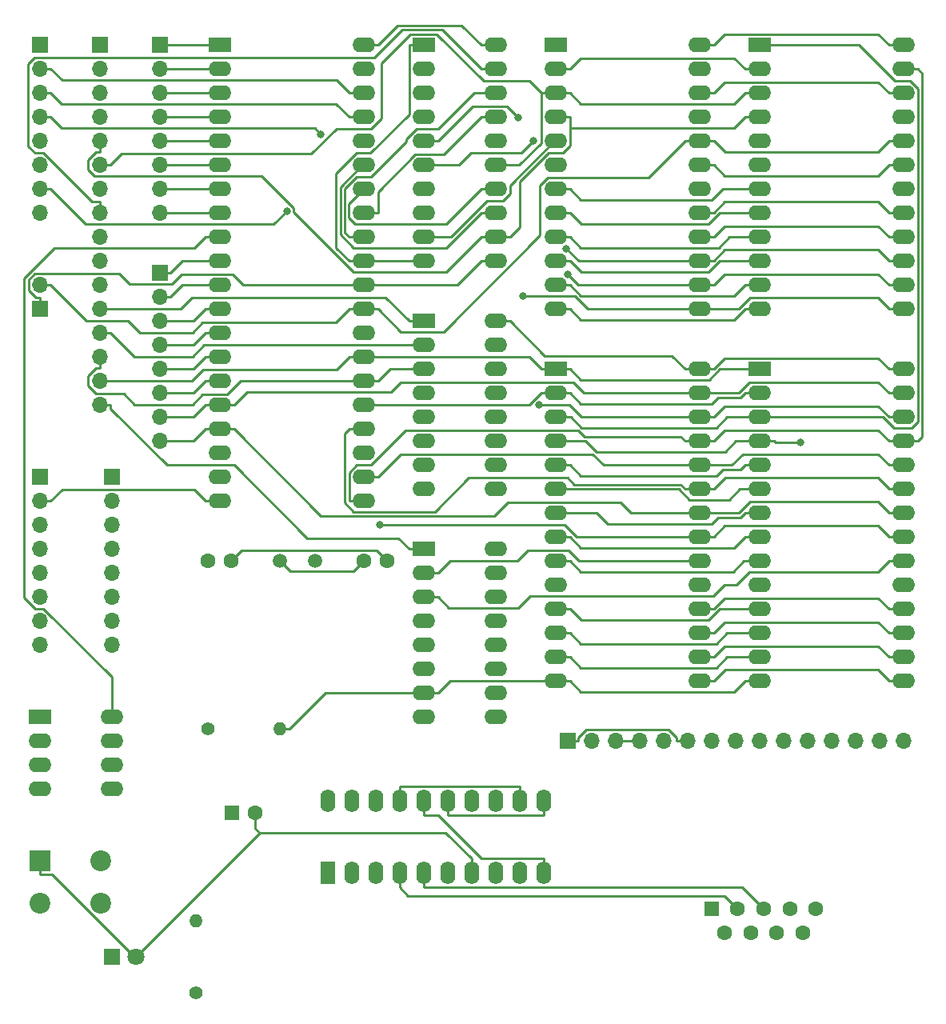
<source format=gbr>
G04 #@! TF.GenerationSoftware,KiCad,Pcbnew,(5.1.5)-3*
G04 #@! TF.CreationDate,2020-05-29T16:11:53-04:00*
G04 #@! TF.ProjectId,8031-sys06,38303331-2d73-4797-9330-362e6b696361,rev?*
G04 #@! TF.SameCoordinates,Original*
G04 #@! TF.FileFunction,Copper,L2,Bot*
G04 #@! TF.FilePolarity,Positive*
%FSLAX46Y46*%
G04 Gerber Fmt 4.6, Leading zero omitted, Abs format (unit mm)*
G04 Created by KiCad (PCBNEW (5.1.5)-3) date 2020-05-29 16:11:53*
%MOMM*%
%LPD*%
G04 APERTURE LIST*
%ADD10R,1.600000X1.600000*%
%ADD11C,1.600000*%
%ADD12R,2.400000X1.600000*%
%ADD13O,2.400000X1.600000*%
%ADD14R,1.600000X2.400000*%
%ADD15O,1.600000X2.400000*%
%ADD16R,1.700000X1.700000*%
%ADD17O,1.700000X1.700000*%
%ADD18C,1.400000*%
%ADD19O,1.400000X1.400000*%
%ADD20C,1.500000*%
%ADD21R,1.800000X1.800000*%
%ADD22C,1.800000*%
%ADD23R,2.200000X2.200000*%
%ADD24C,2.200000*%
%ADD25C,0.800000*%
%ADD26C,0.250000*%
G04 APERTURE END LIST*
D10*
X115570000Y-158750000D03*
D11*
X118340000Y-158750000D03*
X121110000Y-158750000D03*
X123880000Y-158750000D03*
X126650000Y-158750000D03*
X116955000Y-161290000D03*
X119725000Y-161290000D03*
X122495000Y-161290000D03*
X125265000Y-161290000D03*
D12*
X63500000Y-67310000D03*
D13*
X78740000Y-115570000D03*
X63500000Y-69850000D03*
X78740000Y-113030000D03*
X63500000Y-72390000D03*
X78740000Y-110490000D03*
X63500000Y-74930000D03*
X78740000Y-107950000D03*
X63500000Y-77470000D03*
X78740000Y-105410000D03*
X63500000Y-80010000D03*
X78740000Y-102870000D03*
X63500000Y-82550000D03*
X78740000Y-100330000D03*
X63500000Y-85090000D03*
X78740000Y-97790000D03*
X63500000Y-87630000D03*
X78740000Y-95250000D03*
X63500000Y-90170000D03*
X78740000Y-92710000D03*
X63500000Y-92710000D03*
X78740000Y-90170000D03*
X63500000Y-95250000D03*
X78740000Y-87630000D03*
X63500000Y-97790000D03*
X78740000Y-85090000D03*
X63500000Y-100330000D03*
X78740000Y-82550000D03*
X63500000Y-102870000D03*
X78740000Y-80010000D03*
X63500000Y-105410000D03*
X78740000Y-77470000D03*
X63500000Y-107950000D03*
X78740000Y-74930000D03*
X63500000Y-110490000D03*
X78740000Y-72390000D03*
X63500000Y-113030000D03*
X78740000Y-69850000D03*
X63500000Y-115570000D03*
X78740000Y-67310000D03*
X92710000Y-67310000D03*
X85090000Y-90170000D03*
X92710000Y-69850000D03*
X85090000Y-87630000D03*
X92710000Y-72390000D03*
X85090000Y-85090000D03*
X92710000Y-74930000D03*
X85090000Y-82550000D03*
X92710000Y-77470000D03*
X85090000Y-80010000D03*
X92710000Y-80010000D03*
X85090000Y-77470000D03*
X92710000Y-82550000D03*
X85090000Y-74930000D03*
X92710000Y-85090000D03*
X85090000Y-72390000D03*
X92710000Y-87630000D03*
X85090000Y-69850000D03*
X92710000Y-90170000D03*
D12*
X85090000Y-67310000D03*
X99060000Y-67310000D03*
D13*
X114300000Y-95250000D03*
X99060000Y-69850000D03*
X114300000Y-92710000D03*
X99060000Y-72390000D03*
X114300000Y-90170000D03*
X99060000Y-74930000D03*
X114300000Y-87630000D03*
X99060000Y-77470000D03*
X114300000Y-85090000D03*
X99060000Y-80010000D03*
X114300000Y-82550000D03*
X99060000Y-82550000D03*
X114300000Y-80010000D03*
X99060000Y-85090000D03*
X114300000Y-77470000D03*
X99060000Y-87630000D03*
X114300000Y-74930000D03*
X99060000Y-90170000D03*
X114300000Y-72390000D03*
X99060000Y-92710000D03*
X114300000Y-69850000D03*
X99060000Y-95250000D03*
X114300000Y-67310000D03*
X135890000Y-67310000D03*
X120650000Y-95250000D03*
X135890000Y-69850000D03*
X120650000Y-92710000D03*
X135890000Y-72390000D03*
X120650000Y-90170000D03*
X135890000Y-74930000D03*
X120650000Y-87630000D03*
X135890000Y-77470000D03*
X120650000Y-85090000D03*
X135890000Y-80010000D03*
X120650000Y-82550000D03*
X135890000Y-82550000D03*
X120650000Y-80010000D03*
X135890000Y-85090000D03*
X120650000Y-77470000D03*
X135890000Y-87630000D03*
X120650000Y-74930000D03*
X135890000Y-90170000D03*
X120650000Y-72390000D03*
X135890000Y-92710000D03*
X120650000Y-69850000D03*
X135890000Y-95250000D03*
D12*
X120650000Y-67310000D03*
X85090000Y-96520000D03*
D13*
X92710000Y-114300000D03*
X85090000Y-99060000D03*
X92710000Y-111760000D03*
X85090000Y-101600000D03*
X92710000Y-109220000D03*
X85090000Y-104140000D03*
X92710000Y-106680000D03*
X85090000Y-106680000D03*
X92710000Y-104140000D03*
X85090000Y-109220000D03*
X92710000Y-101600000D03*
X85090000Y-111760000D03*
X92710000Y-99060000D03*
X85090000Y-114300000D03*
X92710000Y-96520000D03*
D12*
X99060000Y-101600000D03*
D13*
X114300000Y-134620000D03*
X99060000Y-104140000D03*
X114300000Y-132080000D03*
X99060000Y-106680000D03*
X114300000Y-129540000D03*
X99060000Y-109220000D03*
X114300000Y-127000000D03*
X99060000Y-111760000D03*
X114300000Y-124460000D03*
X99060000Y-114300000D03*
X114300000Y-121920000D03*
X99060000Y-116840000D03*
X114300000Y-119380000D03*
X99060000Y-119380000D03*
X114300000Y-116840000D03*
X99060000Y-121920000D03*
X114300000Y-114300000D03*
X99060000Y-124460000D03*
X114300000Y-111760000D03*
X99060000Y-127000000D03*
X114300000Y-109220000D03*
X99060000Y-129540000D03*
X114300000Y-106680000D03*
X99060000Y-132080000D03*
X114300000Y-104140000D03*
X99060000Y-134620000D03*
X114300000Y-101600000D03*
X135890000Y-101600000D03*
X120650000Y-134620000D03*
X135890000Y-104140000D03*
X120650000Y-132080000D03*
X135890000Y-106680000D03*
X120650000Y-129540000D03*
X135890000Y-109220000D03*
X120650000Y-127000000D03*
X135890000Y-111760000D03*
X120650000Y-124460000D03*
X135890000Y-114300000D03*
X120650000Y-121920000D03*
X135890000Y-116840000D03*
X120650000Y-119380000D03*
X135890000Y-119380000D03*
X120650000Y-116840000D03*
X135890000Y-121920000D03*
X120650000Y-114300000D03*
X135890000Y-124460000D03*
X120650000Y-111760000D03*
X135890000Y-127000000D03*
X120650000Y-109220000D03*
X135890000Y-129540000D03*
X120650000Y-106680000D03*
X135890000Y-132080000D03*
X120650000Y-104140000D03*
X135890000Y-134620000D03*
D12*
X120650000Y-101600000D03*
D13*
X92710000Y-120650000D03*
X85090000Y-138430000D03*
X92710000Y-123190000D03*
X85090000Y-135890000D03*
X92710000Y-125730000D03*
X85090000Y-133350000D03*
X92710000Y-128270000D03*
X85090000Y-130810000D03*
X92710000Y-130810000D03*
X85090000Y-128270000D03*
X92710000Y-133350000D03*
X85090000Y-125730000D03*
X92710000Y-135890000D03*
X85090000Y-123190000D03*
X92710000Y-138430000D03*
D12*
X85090000Y-120650000D03*
D14*
X74930000Y-154940000D03*
D15*
X97790000Y-147320000D03*
X77470000Y-154940000D03*
X95250000Y-147320000D03*
X80010000Y-154940000D03*
X92710000Y-147320000D03*
X82550000Y-154940000D03*
X90170000Y-147320000D03*
X85090000Y-154940000D03*
X87630000Y-147320000D03*
X87630000Y-154940000D03*
X85090000Y-147320000D03*
X90170000Y-154940000D03*
X82550000Y-147320000D03*
X92710000Y-154940000D03*
X80010000Y-147320000D03*
X95250000Y-154940000D03*
X77470000Y-147320000D03*
X97790000Y-154940000D03*
X74930000Y-147320000D03*
D11*
X62230000Y-121920000D03*
X64730000Y-121920000D03*
X81240000Y-121920000D03*
X78740000Y-121920000D03*
D16*
X100330000Y-140970000D03*
D17*
X102870000Y-140970000D03*
X105410000Y-140970000D03*
X107950000Y-140970000D03*
X110490000Y-140970000D03*
X113030000Y-140970000D03*
X115570000Y-140970000D03*
X118110000Y-140970000D03*
X120650000Y-140970000D03*
X123190000Y-140970000D03*
X125730000Y-140970000D03*
X128270000Y-140970000D03*
X130810000Y-140970000D03*
X133350000Y-140970000D03*
X135890000Y-140970000D03*
D18*
X62230000Y-139700000D03*
D19*
X69850000Y-139700000D03*
D12*
X44450000Y-138430000D03*
D13*
X52070000Y-146050000D03*
X44450000Y-140970000D03*
X52070000Y-143510000D03*
X44450000Y-143510000D03*
X52070000Y-140970000D03*
X44450000Y-146050000D03*
X52070000Y-138430000D03*
D20*
X69850000Y-121920000D03*
X73650000Y-121920000D03*
D17*
X44450000Y-85090000D03*
X44450000Y-82550000D03*
X44450000Y-80010000D03*
X44450000Y-77470000D03*
X44450000Y-74930000D03*
X44450000Y-72390000D03*
X44450000Y-69850000D03*
D16*
X44450000Y-67310000D03*
X50800000Y-67310000D03*
D17*
X50800000Y-69850000D03*
X50800000Y-72390000D03*
X50800000Y-74930000D03*
X50800000Y-77470000D03*
X50800000Y-80010000D03*
X50800000Y-82550000D03*
X50800000Y-85090000D03*
X50800000Y-87630000D03*
X50800000Y-90170000D03*
X50800000Y-92710000D03*
X50800000Y-95250000D03*
X50800000Y-97790000D03*
X50800000Y-100330000D03*
X50800000Y-102870000D03*
X50800000Y-105410000D03*
D16*
X44450000Y-113030000D03*
D17*
X44450000Y-115570000D03*
X44450000Y-118110000D03*
X44450000Y-120650000D03*
X44450000Y-123190000D03*
X44450000Y-125730000D03*
X44450000Y-128270000D03*
X44450000Y-130810000D03*
D16*
X57150000Y-91440000D03*
D17*
X57150000Y-93980000D03*
X57150000Y-96520000D03*
X57150000Y-99060000D03*
X57150000Y-101600000D03*
X57150000Y-104140000D03*
X57150000Y-106680000D03*
X57150000Y-109220000D03*
X57150000Y-85090000D03*
X57150000Y-82550000D03*
X57150000Y-80010000D03*
X57150000Y-77470000D03*
X57150000Y-74930000D03*
X57150000Y-72390000D03*
X57150000Y-69850000D03*
D16*
X57150000Y-67310000D03*
X44450000Y-95250000D03*
D17*
X44450000Y-92710000D03*
D21*
X52070000Y-163830000D03*
D22*
X54610000Y-163830000D03*
D16*
X52070000Y-113030000D03*
D17*
X52070000Y-115570000D03*
X52070000Y-118110000D03*
X52070000Y-120650000D03*
X52070000Y-123190000D03*
X52070000Y-125730000D03*
X52070000Y-128270000D03*
X52070000Y-130810000D03*
D18*
X60960000Y-167640000D03*
D19*
X60960000Y-160020000D03*
D23*
X44450000Y-153670000D03*
D24*
X50950000Y-153670000D03*
X50950000Y-158170000D03*
X44450000Y-158170000D03*
D10*
X64770000Y-148590000D03*
D11*
X67270000Y-148590000D03*
D25*
X70616000Y-84866400D03*
X100216700Y-88867300D03*
X100323700Y-91566000D03*
X95614900Y-93911100D03*
X74240200Y-76748200D03*
X80495300Y-118082000D03*
X97336600Y-105410000D03*
X125009500Y-109380900D03*
X96727000Y-77462500D03*
X95101000Y-74978500D03*
D26*
X82550000Y-156465300D02*
X83450700Y-157366000D01*
X83450700Y-157366000D02*
X116956000Y-157366000D01*
X116956000Y-157366000D02*
X118340000Y-158750000D01*
X82550000Y-154940000D02*
X82550000Y-156465300D01*
X85090000Y-154940000D02*
X85090000Y-156465300D01*
X85090000Y-156465300D02*
X118825300Y-156465300D01*
X118825300Y-156465300D02*
X121110000Y-158750000D01*
X135890000Y-121920000D02*
X134364700Y-121920000D01*
X85090000Y-125730000D02*
X86615300Y-125730000D01*
X86615300Y-125730000D02*
X87772800Y-126887500D01*
X87772800Y-126887500D02*
X95135700Y-126887500D01*
X95135700Y-126887500D02*
X96381600Y-125641600D01*
X96381600Y-125641600D02*
X115773600Y-125641600D01*
X115773600Y-125641600D02*
X116955200Y-124460000D01*
X116955200Y-124460000D02*
X118217100Y-124460000D01*
X118217100Y-124460000D02*
X119599500Y-123077600D01*
X119599500Y-123077600D02*
X133207100Y-123077600D01*
X133207100Y-123077600D02*
X134364700Y-121920000D01*
X87630000Y-147320000D02*
X87630000Y-148845300D01*
X97790000Y-147320000D02*
X97790000Y-148845300D01*
X87630000Y-148845300D02*
X97790000Y-148845300D01*
X95250000Y-147320000D02*
X95250000Y-145794700D01*
X82550000Y-147320000D02*
X82550000Y-145794700D01*
X82550000Y-145794700D02*
X95250000Y-145794700D01*
X85090000Y-147320000D02*
X85090000Y-148845300D01*
X97790000Y-154940000D02*
X97790000Y-153414700D01*
X97790000Y-153414700D02*
X91184700Y-153414700D01*
X91184700Y-153414700D02*
X86615300Y-148845300D01*
X86615300Y-148845300D02*
X85090000Y-148845300D01*
X77214700Y-87630000D02*
X76730200Y-87145500D01*
X76730200Y-87145500D02*
X76730200Y-82561200D01*
X76730200Y-82561200D02*
X78011400Y-81280000D01*
X78011400Y-81280000D02*
X79501700Y-81280000D01*
X79501700Y-81280000D02*
X83279200Y-77502500D01*
X83279200Y-77502500D02*
X83279200Y-77258200D01*
X83279200Y-77258200D02*
X84337400Y-76200000D01*
X84337400Y-76200000D02*
X86615400Y-76200000D01*
X86615400Y-76200000D02*
X90425400Y-72390000D01*
X90425400Y-72390000D02*
X92710000Y-72390000D01*
X78740000Y-87630000D02*
X77214700Y-87630000D01*
X135890000Y-85090000D02*
X134364700Y-85090000D01*
X114300000Y-85090000D02*
X115825300Y-85090000D01*
X115825300Y-85090000D02*
X116998800Y-83916500D01*
X116998800Y-83916500D02*
X133191200Y-83916500D01*
X133191200Y-83916500D02*
X134364700Y-85090000D01*
X92710000Y-74930000D02*
X91184700Y-74930000D01*
X78740000Y-85090000D02*
X80265300Y-85090000D01*
X80265300Y-85090000D02*
X80265300Y-82828200D01*
X80265300Y-82828200D02*
X84208900Y-78884600D01*
X84208900Y-78884600D02*
X87230100Y-78884600D01*
X87230100Y-78884600D02*
X91184700Y-74930000D01*
X44450000Y-82550000D02*
X45625300Y-82550000D01*
X45625300Y-82550000D02*
X49341900Y-86266600D01*
X49341900Y-86266600D02*
X69215800Y-86266600D01*
X69215800Y-86266600D02*
X70616000Y-84866400D01*
X114300000Y-127000000D02*
X115825300Y-127000000D01*
X135890000Y-127000000D02*
X134364700Y-127000000D01*
X134364700Y-127000000D02*
X133231400Y-125866700D01*
X133231400Y-125866700D02*
X116958600Y-125866700D01*
X116958600Y-125866700D02*
X115825300Y-127000000D01*
X114733500Y-87630000D02*
X114300000Y-87630000D01*
X114733500Y-87630000D02*
X115825300Y-87630000D01*
X135890000Y-87630000D02*
X134364700Y-87630000D01*
X134364700Y-87630000D02*
X133215400Y-86480700D01*
X133215400Y-86480700D02*
X116974600Y-86480700D01*
X116974600Y-86480700D02*
X115825300Y-87630000D01*
X92710000Y-82550000D02*
X91184700Y-82550000D01*
X78740000Y-82550000D02*
X77180600Y-84109400D01*
X77180600Y-84109400D02*
X77180600Y-85557300D01*
X77180600Y-85557300D02*
X77838700Y-86215400D01*
X77838700Y-86215400D02*
X87519300Y-86215400D01*
X87519300Y-86215400D02*
X91184700Y-82550000D01*
X112774700Y-90170000D02*
X101519400Y-90170000D01*
X101519400Y-90170000D02*
X100216700Y-88867300D01*
X114300000Y-90170000D02*
X112774700Y-90170000D01*
X135890000Y-90170000D02*
X134364700Y-90170000D01*
X114300000Y-90170000D02*
X115825300Y-90170000D01*
X115825300Y-90170000D02*
X116998800Y-88996500D01*
X116998800Y-88996500D02*
X133191200Y-88996500D01*
X133191200Y-88996500D02*
X134364700Y-90170000D01*
X114300000Y-129540000D02*
X115825300Y-129540000D01*
X135890000Y-129540000D02*
X134364700Y-129540000D01*
X134364700Y-129540000D02*
X133215400Y-128390700D01*
X133215400Y-128390700D02*
X116974600Y-128390700D01*
X116974600Y-128390700D02*
X115825300Y-129540000D01*
X92710000Y-85090000D02*
X91184700Y-85090000D01*
X78740000Y-80010000D02*
X78644500Y-80010000D01*
X78644500Y-80010000D02*
X76277600Y-82376900D01*
X76277600Y-82376900D02*
X76277600Y-87332700D01*
X76277600Y-87332700D02*
X77705300Y-88760400D01*
X77705300Y-88760400D02*
X87514300Y-88760400D01*
X87514300Y-88760400D02*
X91184700Y-85090000D01*
X112774700Y-92710000D02*
X101467700Y-92710000D01*
X101467700Y-92710000D02*
X100323700Y-91566000D01*
X114300000Y-92710000D02*
X112774700Y-92710000D01*
X114300000Y-92710000D02*
X115825300Y-92710000D01*
X135890000Y-92710000D02*
X134364700Y-92710000D01*
X134364700Y-92710000D02*
X133215400Y-91560700D01*
X133215400Y-91560700D02*
X116974600Y-91560700D01*
X116974600Y-91560700D02*
X115825300Y-92710000D01*
X114300000Y-132080000D02*
X115825300Y-132080000D01*
X135890000Y-132080000D02*
X134364700Y-132080000D01*
X134364700Y-132080000D02*
X133215400Y-130930700D01*
X133215400Y-130930700D02*
X116974600Y-130930700D01*
X116974600Y-130930700D02*
X115825300Y-132080000D01*
X45625300Y-74930000D02*
X46800600Y-76105300D01*
X46800600Y-76105300D02*
X73597300Y-76105300D01*
X73597300Y-76105300D02*
X74240200Y-76748200D01*
X114300000Y-95250000D02*
X102488400Y-95250000D01*
X102488400Y-95250000D02*
X101149500Y-93911100D01*
X101149500Y-93911100D02*
X95614900Y-93911100D01*
X134364700Y-95250000D02*
X133187200Y-94072500D01*
X133187200Y-94072500D02*
X119665300Y-94072500D01*
X119665300Y-94072500D02*
X118487800Y-95250000D01*
X118487800Y-95250000D02*
X114300000Y-95250000D01*
X44450000Y-74930000D02*
X45625300Y-74930000D01*
X135890000Y-95250000D02*
X134364700Y-95250000D01*
X114300000Y-134620000D02*
X115825300Y-134620000D01*
X135890000Y-134620000D02*
X134364700Y-134620000D01*
X134364700Y-134620000D02*
X133174200Y-133429500D01*
X133174200Y-133429500D02*
X117015800Y-133429500D01*
X117015800Y-133429500D02*
X115825300Y-134620000D01*
X99060000Y-132080000D02*
X100585300Y-132080000D01*
X120650000Y-132080000D02*
X117235300Y-132080000D01*
X117235300Y-132080000D02*
X116086000Y-133229300D01*
X116086000Y-133229300D02*
X101734600Y-133229300D01*
X101734600Y-133229300D02*
X100585300Y-132080000D01*
X119124700Y-92710000D02*
X117975400Y-93859300D01*
X117975400Y-93859300D02*
X101734600Y-93859300D01*
X101734600Y-93859300D02*
X100585300Y-92710000D01*
X78740000Y-74930000D02*
X77214700Y-74930000D01*
X44450000Y-72390000D02*
X45625300Y-72390000D01*
X45625300Y-72390000D02*
X46800600Y-73565300D01*
X46800600Y-73565300D02*
X75850000Y-73565300D01*
X75850000Y-73565300D02*
X77214700Y-74930000D01*
X120650000Y-92710000D02*
X119124700Y-92710000D01*
X99060000Y-92710000D02*
X100585300Y-92710000D01*
X78740000Y-72390000D02*
X77214700Y-72390000D01*
X44450000Y-69850000D02*
X45625300Y-69850000D01*
X45625300Y-69850000D02*
X46827200Y-71051900D01*
X46827200Y-71051900D02*
X75876600Y-71051900D01*
X75876600Y-71051900D02*
X77214700Y-72390000D01*
X99060000Y-90170000D02*
X100585300Y-90170000D01*
X100585300Y-90170000D02*
X101762700Y-91347400D01*
X101762700Y-91347400D02*
X115284800Y-91347400D01*
X115284800Y-91347400D02*
X116462200Y-90170000D01*
X116462200Y-90170000D02*
X120650000Y-90170000D01*
X99060000Y-129540000D02*
X100585300Y-129540000D01*
X120650000Y-129540000D02*
X117235300Y-129540000D01*
X117235300Y-129540000D02*
X116086000Y-130689300D01*
X116086000Y-130689300D02*
X101734600Y-130689300D01*
X101734600Y-130689300D02*
X100585300Y-129540000D01*
X99060000Y-127000000D02*
X100585300Y-127000000D01*
X100585300Y-127000000D02*
X101762700Y-128177400D01*
X101762700Y-128177400D02*
X115284800Y-128177400D01*
X115284800Y-128177400D02*
X116462200Y-127000000D01*
X116462200Y-127000000D02*
X120650000Y-127000000D01*
X120650000Y-87630000D02*
X117498900Y-87630000D01*
X117498900Y-87630000D02*
X116362900Y-88766000D01*
X116362900Y-88766000D02*
X101721300Y-88766000D01*
X101721300Y-88766000D02*
X100585300Y-87630000D01*
X99060000Y-87630000D02*
X100585300Y-87630000D01*
X85090000Y-67310000D02*
X83564700Y-67310000D01*
X78740000Y-90170000D02*
X77214700Y-90170000D01*
X77214700Y-90170000D02*
X75827200Y-88782500D01*
X75827200Y-88782500D02*
X75827200Y-80918700D01*
X75827200Y-80918700D02*
X78005900Y-78740000D01*
X78005900Y-78740000D02*
X79462400Y-78740000D01*
X79462400Y-78740000D02*
X83564700Y-74637700D01*
X83564700Y-74637700D02*
X83564700Y-67310000D01*
X83564700Y-90170000D02*
X78740000Y-90170000D01*
X64730000Y-121920000D02*
X65855300Y-120794700D01*
X65855300Y-120794700D02*
X80114700Y-120794700D01*
X80114700Y-120794700D02*
X81240000Y-121920000D01*
X85090000Y-135890000D02*
X86615300Y-135890000D01*
X86615300Y-135890000D02*
X87885300Y-134620000D01*
X87885300Y-134620000D02*
X99060000Y-134620000D01*
X70875300Y-139700000D02*
X74685300Y-135890000D01*
X74685300Y-135890000D02*
X85090000Y-135890000D01*
X69850000Y-139700000D02*
X70875300Y-139700000D01*
X84327400Y-90170000D02*
X85090000Y-90170000D01*
X120650000Y-95250000D02*
X119124700Y-95250000D01*
X99060000Y-95250000D02*
X100585300Y-95250000D01*
X100585300Y-95250000D02*
X101710600Y-96375300D01*
X101710600Y-96375300D02*
X117999400Y-96375300D01*
X117999400Y-96375300D02*
X119124700Y-95250000D01*
X120650000Y-134620000D02*
X119124700Y-134620000D01*
X99060000Y-134620000D02*
X100585300Y-134620000D01*
X100585300Y-134620000D02*
X101722200Y-135756900D01*
X101722200Y-135756900D02*
X117987800Y-135756900D01*
X117987800Y-135756900D02*
X119124700Y-134620000D01*
X63500000Y-115570000D02*
X61974700Y-115570000D01*
X44450000Y-115570000D02*
X45625300Y-115570000D01*
X45625300Y-115570000D02*
X46815800Y-114379500D01*
X46815800Y-114379500D02*
X60784200Y-114379500D01*
X60784200Y-114379500D02*
X61974700Y-115570000D01*
X84327400Y-90170000D02*
X83564700Y-90170000D01*
X78740000Y-121920000D02*
X77640300Y-123019700D01*
X77640300Y-123019700D02*
X70949700Y-123019700D01*
X70949700Y-123019700D02*
X69850000Y-121920000D01*
X61974700Y-87630000D02*
X60789400Y-88815300D01*
X60789400Y-88815300D02*
X45968300Y-88815300D01*
X45968300Y-88815300D02*
X42759600Y-92024000D01*
X42759600Y-92024000D02*
X42759600Y-125793400D01*
X42759600Y-125793400D02*
X43966200Y-127000000D01*
X43966200Y-127000000D02*
X44855600Y-127000000D01*
X44855600Y-127000000D02*
X52070000Y-134214400D01*
X52070000Y-134214400D02*
X52070000Y-138430000D01*
X63500000Y-87630000D02*
X61974700Y-87630000D01*
X91184700Y-67310000D02*
X89126400Y-65251700D01*
X89126400Y-65251700D02*
X82323600Y-65251700D01*
X82323600Y-65251700D02*
X80265300Y-67310000D01*
X112774700Y-101600000D02*
X111381800Y-100207100D01*
X111381800Y-100207100D02*
X97922400Y-100207100D01*
X97922400Y-100207100D02*
X94235300Y-96520000D01*
X114300000Y-101600000D02*
X112774700Y-101600000D01*
X92710000Y-96520000D02*
X94235300Y-96520000D01*
X78740000Y-67310000D02*
X80265300Y-67310000D01*
X92710000Y-67310000D02*
X91184700Y-67310000D01*
X135890000Y-101600000D02*
X134364700Y-101600000D01*
X67745000Y-150695000D02*
X87450300Y-150695000D01*
X87450300Y-150695000D02*
X90170000Y-153414700D01*
X67270000Y-148590000D02*
X67270000Y-150220000D01*
X67270000Y-150220000D02*
X67745000Y-150695000D01*
X67745000Y-150695000D02*
X54610000Y-163830000D01*
X90170000Y-154940000D02*
X90170000Y-153414700D01*
X114300000Y-101600000D02*
X115825300Y-101600000D01*
X115825300Y-101600000D02*
X116968100Y-100457200D01*
X116968100Y-100457200D02*
X133221900Y-100457200D01*
X133221900Y-100457200D02*
X134364700Y-101600000D01*
X114300000Y-67310000D02*
X115825300Y-67310000D01*
X135890000Y-67310000D02*
X134364700Y-67310000D01*
X134364700Y-67310000D02*
X133239400Y-66184700D01*
X133239400Y-66184700D02*
X116950600Y-66184700D01*
X116950600Y-66184700D02*
X115825300Y-67310000D01*
X54610000Y-163830000D02*
X54486700Y-163830000D01*
X54486700Y-163830000D02*
X45752000Y-155095300D01*
X45752000Y-155095300D02*
X44450000Y-155095300D01*
X44450000Y-153670000D02*
X44450000Y-155095300D01*
X100330000Y-140970000D02*
X101505300Y-140970000D01*
X113030000Y-140970000D02*
X111854700Y-140970000D01*
X111854700Y-140970000D02*
X111854700Y-140602700D01*
X111854700Y-140602700D02*
X111046700Y-139794700D01*
X111046700Y-139794700D02*
X102313200Y-139794700D01*
X102313200Y-139794700D02*
X101505300Y-140602600D01*
X101505300Y-140602600D02*
X101505300Y-140970000D01*
X107950000Y-140970000D02*
X105410000Y-140970000D01*
X135890000Y-69850000D02*
X137415300Y-69850000D01*
X135890000Y-109220000D02*
X137415300Y-109220000D01*
X137415300Y-109220000D02*
X137875900Y-108759400D01*
X137875900Y-108759400D02*
X137875900Y-70310600D01*
X137875900Y-70310600D02*
X137415300Y-69850000D01*
X135456500Y-109220000D02*
X135890000Y-109220000D01*
X115825300Y-109220000D02*
X116974600Y-108070700D01*
X116974600Y-108070700D02*
X133215400Y-108070700D01*
X133215400Y-108070700D02*
X134364700Y-109220000D01*
X114300000Y-109220000D02*
X112774700Y-109220000D01*
X78740000Y-115570000D02*
X77214700Y-115570000D01*
X77214700Y-115570000D02*
X77214700Y-112556300D01*
X77214700Y-112556300D02*
X78011000Y-111760000D01*
X78011000Y-111760000D02*
X79501800Y-111760000D01*
X79501800Y-111760000D02*
X83183000Y-108078800D01*
X83183000Y-108078800D02*
X101446700Y-108078800D01*
X101446700Y-108078800D02*
X102121600Y-108753700D01*
X102121600Y-108753700D02*
X112308400Y-108753700D01*
X112308400Y-108753700D02*
X112774700Y-109220000D01*
X135456500Y-109220000D02*
X134364700Y-109220000D01*
X114300000Y-109220000D02*
X115825300Y-109220000D01*
X114300000Y-72390000D02*
X115825300Y-72390000D01*
X80265300Y-113030000D02*
X82661100Y-110634200D01*
X82661100Y-110634200D02*
X103022100Y-110634200D01*
X103022100Y-110634200D02*
X104147900Y-111760000D01*
X104147900Y-111760000D02*
X114300000Y-111760000D01*
X78740000Y-113030000D02*
X80265300Y-113030000D01*
X135890000Y-72390000D02*
X134364700Y-72390000D01*
X134364700Y-72390000D02*
X133234200Y-71259500D01*
X133234200Y-71259500D02*
X116955800Y-71259500D01*
X116955800Y-71259500D02*
X115825300Y-72390000D01*
X115062700Y-111760000D02*
X114300000Y-111760000D01*
X115062700Y-111760000D02*
X115825300Y-111760000D01*
X115825300Y-111760000D02*
X117714700Y-111760000D01*
X117714700Y-111760000D02*
X118864000Y-110610700D01*
X118864000Y-110610700D02*
X133215400Y-110610700D01*
X133215400Y-110610700D02*
X134364700Y-111760000D01*
X135890000Y-111760000D02*
X134364700Y-111760000D01*
X135890000Y-80010000D02*
X134364700Y-80010000D01*
X114300000Y-80010000D02*
X115825300Y-80010000D01*
X115825300Y-80010000D02*
X116974600Y-81159300D01*
X116974600Y-81159300D02*
X133215400Y-81159300D01*
X133215400Y-81159300D02*
X134364700Y-80010000D01*
X114300000Y-119380000D02*
X101299000Y-119380000D01*
X101299000Y-119380000D02*
X100001000Y-118082000D01*
X100001000Y-118082000D02*
X80495300Y-118082000D01*
X115062700Y-119380000D02*
X115825300Y-119380000D01*
X114300000Y-119380000D02*
X114623300Y-119380000D01*
X115062700Y-119380000D02*
X114623300Y-119380000D01*
X135890000Y-119380000D02*
X134364700Y-119380000D01*
X115825300Y-119380000D02*
X116999700Y-118205600D01*
X116999700Y-118205600D02*
X133190300Y-118205600D01*
X133190300Y-118205600D02*
X134364700Y-119380000D01*
X85090000Y-96520000D02*
X83564700Y-96520000D01*
X50800000Y-95250000D02*
X59375000Y-95250000D01*
X59375000Y-95250000D02*
X60571100Y-94053900D01*
X60571100Y-94053900D02*
X81098600Y-94053900D01*
X81098600Y-94053900D02*
X83564700Y-96520000D01*
X114300000Y-114300000D02*
X112774700Y-114300000D01*
X78740000Y-107950000D02*
X77214700Y-107950000D01*
X77214700Y-107950000D02*
X76743500Y-108421200D01*
X76743500Y-108421200D02*
X76743500Y-115760600D01*
X76743500Y-115760600D02*
X77684800Y-116701900D01*
X77684800Y-116701900D02*
X86310000Y-116701900D01*
X86310000Y-116701900D02*
X89898500Y-113113400D01*
X89898500Y-113113400D02*
X100335100Y-113113400D01*
X100335100Y-113113400D02*
X101055400Y-113833700D01*
X101055400Y-113833700D02*
X112308400Y-113833700D01*
X112308400Y-113833700D02*
X112774700Y-114300000D01*
X115062700Y-114300000D02*
X114300000Y-114300000D01*
X115062700Y-114300000D02*
X115825300Y-114300000D01*
X115825300Y-114300000D02*
X117002800Y-113122500D01*
X117002800Y-113122500D02*
X133187200Y-113122500D01*
X133187200Y-113122500D02*
X134364700Y-114300000D01*
X135890000Y-114300000D02*
X134364700Y-114300000D01*
X120650000Y-104140000D02*
X119124700Y-104140000D01*
X99060000Y-104140000D02*
X100585300Y-104140000D01*
X100585300Y-104140000D02*
X101711100Y-105265800D01*
X101711100Y-105265800D02*
X115639900Y-105265800D01*
X115639900Y-105265800D02*
X116299400Y-104606300D01*
X116299400Y-104606300D02*
X118658400Y-104606300D01*
X118658400Y-104606300D02*
X119124700Y-104140000D01*
X98297400Y-104140000D02*
X99060000Y-104140000D01*
X98297400Y-104140000D02*
X97534700Y-104140000D01*
X97534700Y-104140000D02*
X96264700Y-105410000D01*
X96264700Y-105410000D02*
X78740000Y-105410000D01*
X50800000Y-97790000D02*
X51975300Y-97790000D01*
X51975300Y-97790000D02*
X54459000Y-100273700D01*
X54459000Y-100273700D02*
X60621000Y-100273700D01*
X60621000Y-100273700D02*
X61834700Y-99060000D01*
X61834700Y-99060000D02*
X85090000Y-99060000D01*
X50800000Y-100330000D02*
X50800000Y-101505300D01*
X50800000Y-101505300D02*
X50432700Y-101505300D01*
X50432700Y-101505300D02*
X49593600Y-102344400D01*
X49593600Y-102344400D02*
X49593600Y-103398400D01*
X49593600Y-103398400D02*
X50419400Y-104224200D01*
X50419400Y-104224200D02*
X53358800Y-104224200D01*
X53358800Y-104224200D02*
X54488300Y-105353700D01*
X54488300Y-105353700D02*
X60621000Y-105353700D01*
X60621000Y-105353700D02*
X61690100Y-104284600D01*
X61690100Y-104284600D02*
X64285800Y-104284600D01*
X64285800Y-104284600D02*
X65700400Y-102870000D01*
X65700400Y-102870000D02*
X78740000Y-102870000D01*
X114300000Y-106680000D02*
X112774700Y-106680000D01*
X97336600Y-105410000D02*
X100512100Y-105410000D01*
X100512100Y-105410000D02*
X101782100Y-106680000D01*
X101782100Y-106680000D02*
X112774700Y-106680000D01*
X114300000Y-106680000D02*
X115825300Y-106680000D01*
X85090000Y-101600000D02*
X81535300Y-101600000D01*
X81535300Y-101600000D02*
X80265300Y-102870000D01*
X135890000Y-106680000D02*
X134364700Y-106680000D01*
X115825300Y-106680000D02*
X116974600Y-105530700D01*
X116974600Y-105530700D02*
X133215400Y-105530700D01*
X133215400Y-105530700D02*
X134364700Y-106680000D01*
X78740000Y-102870000D02*
X80265300Y-102870000D01*
X78740000Y-100330000D02*
X77214700Y-100330000D01*
X50800000Y-102870000D02*
X60564700Y-102870000D01*
X60564700Y-102870000D02*
X61768800Y-101665900D01*
X61768800Y-101665900D02*
X75878800Y-101665900D01*
X75878800Y-101665900D02*
X77214700Y-100330000D01*
X99060000Y-101600000D02*
X100585300Y-101600000D01*
X100585300Y-101600000D02*
X101710700Y-102725400D01*
X101710700Y-102725400D02*
X115336800Y-102725400D01*
X115336800Y-102725400D02*
X116462200Y-101600000D01*
X116462200Y-101600000D02*
X120650000Y-101600000D01*
X98297400Y-101600000D02*
X99060000Y-101600000D01*
X98297400Y-101600000D02*
X97534700Y-101600000D01*
X97534700Y-101600000D02*
X96264700Y-100330000D01*
X96264700Y-100330000D02*
X80265300Y-100330000D01*
X78740000Y-100330000D02*
X80265300Y-100330000D01*
X85090000Y-120650000D02*
X83564700Y-120650000D01*
X50800000Y-105410000D02*
X51975300Y-105410000D01*
X51975300Y-105410000D02*
X51975300Y-105777300D01*
X51975300Y-105777300D02*
X57958000Y-111760000D01*
X57958000Y-111760000D02*
X65025300Y-111760000D01*
X65025300Y-111760000D02*
X72790000Y-119524700D01*
X72790000Y-119524700D02*
X82439400Y-119524700D01*
X82439400Y-119524700D02*
X83564700Y-120650000D01*
X114300000Y-121920000D02*
X112774700Y-121920000D01*
X85090000Y-123190000D02*
X86615300Y-123190000D01*
X86615300Y-123190000D02*
X87885300Y-121920000D01*
X87885300Y-121920000D02*
X95023200Y-121920000D01*
X95023200Y-121920000D02*
X96153400Y-120789800D01*
X96153400Y-120789800D02*
X100405500Y-120789800D01*
X100405500Y-120789800D02*
X101535700Y-121920000D01*
X101535700Y-121920000D02*
X112774700Y-121920000D01*
X57150000Y-91440000D02*
X58325300Y-91440000D01*
X58325300Y-91440000D02*
X59595300Y-90170000D01*
X59595300Y-90170000D02*
X63500000Y-90170000D01*
X63500000Y-92710000D02*
X61974700Y-92710000D01*
X57150000Y-93980000D02*
X58325300Y-93980000D01*
X58325300Y-93980000D02*
X59595300Y-92710000D01*
X59595300Y-92710000D02*
X61974700Y-92710000D01*
X65025300Y-105410000D02*
X66439900Y-103995400D01*
X66439900Y-103995400D02*
X81651400Y-103995400D01*
X81651400Y-103995400D02*
X82647000Y-102999800D01*
X82647000Y-102999800D02*
X100940400Y-102999800D01*
X100940400Y-102999800D02*
X102080600Y-104140000D01*
X102080600Y-104140000D02*
X114300000Y-104140000D01*
X63500000Y-105410000D02*
X61974700Y-105410000D01*
X57150000Y-106680000D02*
X58325300Y-106680000D01*
X58325300Y-106680000D02*
X60704700Y-106680000D01*
X60704700Y-106680000D02*
X61974700Y-105410000D01*
X63500000Y-105410000D02*
X65025300Y-105410000D01*
X134364700Y-104140000D02*
X133231500Y-103006800D01*
X133231500Y-103006800D02*
X119621000Y-103006800D01*
X119621000Y-103006800D02*
X118487800Y-104140000D01*
X118487800Y-104140000D02*
X114300000Y-104140000D01*
X135890000Y-104140000D02*
X134364700Y-104140000D01*
X114300000Y-116840000D02*
X107083200Y-116840000D01*
X107083200Y-116840000D02*
X105921700Y-115678500D01*
X105921700Y-115678500D02*
X94031700Y-115678500D01*
X94031700Y-115678500D02*
X92557900Y-117152300D01*
X92557900Y-117152300D02*
X74227600Y-117152300D01*
X74227600Y-117152300D02*
X65025300Y-107950000D01*
X63500000Y-107950000D02*
X65025300Y-107950000D01*
X115062700Y-116840000D02*
X114300000Y-116840000D01*
X63500000Y-107950000D02*
X61974700Y-107950000D01*
X57150000Y-109220000D02*
X60704700Y-109220000D01*
X60704700Y-109220000D02*
X61974700Y-107950000D01*
X115062700Y-116840000D02*
X115825300Y-116840000D01*
X134364700Y-116840000D02*
X133187200Y-115662500D01*
X133187200Y-115662500D02*
X119665300Y-115662500D01*
X119665300Y-115662500D02*
X118487800Y-116840000D01*
X118487800Y-116840000D02*
X115825300Y-116840000D01*
X135890000Y-116840000D02*
X134364700Y-116840000D01*
X92710000Y-69850000D02*
X91184700Y-69850000D01*
X50800000Y-85090000D02*
X50800000Y-83914700D01*
X50800000Y-83914700D02*
X50018600Y-83914700D01*
X50018600Y-83914700D02*
X44843900Y-78740000D01*
X44843900Y-78740000D02*
X43961100Y-78740000D01*
X43961100Y-78740000D02*
X43235000Y-78013900D01*
X43235000Y-78013900D02*
X43235000Y-69326700D01*
X43235000Y-69326700D02*
X43909300Y-68652400D01*
X43909300Y-68652400D02*
X79856500Y-68652400D01*
X79856500Y-68652400D02*
X82806800Y-65702100D01*
X82806800Y-65702100D02*
X87036800Y-65702100D01*
X87036800Y-65702100D02*
X91184700Y-69850000D01*
X120650000Y-67310000D02*
X131149800Y-67310000D01*
X131149800Y-67310000D02*
X134959800Y-71120000D01*
X134959800Y-71120000D02*
X136611500Y-71120000D01*
X136611500Y-71120000D02*
X137415300Y-71923800D01*
X137415300Y-71923800D02*
X137415300Y-107171300D01*
X137415300Y-107171300D02*
X136729200Y-107857400D01*
X136729200Y-107857400D02*
X134905200Y-107857400D01*
X134905200Y-107857400D02*
X133727800Y-106680000D01*
X133727800Y-106680000D02*
X120650000Y-106680000D01*
X120650000Y-106680000D02*
X117235300Y-106680000D01*
X117235300Y-106680000D02*
X116105500Y-107809800D01*
X116105500Y-107809800D02*
X101814600Y-107809800D01*
X101814600Y-107809800D02*
X100684800Y-106680000D01*
X100684800Y-106680000D02*
X100585300Y-106680000D01*
X99060000Y-106680000D02*
X100585300Y-106680000D01*
X85090000Y-87630000D02*
X87969800Y-87630000D01*
X87969800Y-87630000D02*
X91779800Y-83820000D01*
X91779800Y-83820000D02*
X93481300Y-83820000D01*
X93481300Y-83820000D02*
X94235300Y-83066000D01*
X94235300Y-83066000D02*
X94235300Y-82167000D01*
X94235300Y-82167000D02*
X98932300Y-77470000D01*
X98932300Y-77470000D02*
X99060000Y-77470000D01*
X99060000Y-116840000D02*
X103413900Y-116840000D01*
X103413900Y-116840000D02*
X104554400Y-117980500D01*
X104554400Y-117980500D02*
X115600100Y-117980500D01*
X115600100Y-117980500D02*
X116274300Y-117306300D01*
X116274300Y-117306300D02*
X118658400Y-117306300D01*
X118658400Y-117306300D02*
X119124700Y-116840000D01*
X120650000Y-116840000D02*
X119124700Y-116840000D01*
X120650000Y-69850000D02*
X119124700Y-69850000D01*
X99060000Y-69850000D02*
X100585300Y-69850000D01*
X100585300Y-69850000D02*
X101734500Y-68700800D01*
X101734500Y-68700800D02*
X117975500Y-68700800D01*
X117975500Y-68700800D02*
X119124700Y-69850000D01*
X120650000Y-109220000D02*
X122175300Y-109220000D01*
X122175300Y-109220000D02*
X122336200Y-109380900D01*
X122336200Y-109380900D02*
X125009500Y-109380900D01*
X120650000Y-109220000D02*
X118180000Y-109220000D01*
X118180000Y-109220000D02*
X117054300Y-110345700D01*
X117054300Y-110345700D02*
X103370500Y-110345700D01*
X103370500Y-110345700D02*
X102244800Y-109220000D01*
X102244800Y-109220000D02*
X99060000Y-109220000D01*
X85090000Y-80010000D02*
X88815600Y-80010000D01*
X88815600Y-80010000D02*
X90085600Y-78740000D01*
X90085600Y-78740000D02*
X95449500Y-78740000D01*
X95449500Y-78740000D02*
X96727000Y-77462500D01*
X120650000Y-119380000D02*
X119124700Y-119380000D01*
X99060000Y-119380000D02*
X100585300Y-119380000D01*
X119124700Y-119380000D02*
X117985400Y-120519300D01*
X117985400Y-120519300D02*
X101724600Y-120519300D01*
X101724600Y-120519300D02*
X100585300Y-119380000D01*
X94235300Y-80010000D02*
X95205300Y-80010000D01*
X95205300Y-80010000D02*
X97534700Y-77680600D01*
X97534700Y-77680600D02*
X97534700Y-72390000D01*
X97534700Y-72390000D02*
X96264700Y-71120000D01*
X96264700Y-71120000D02*
X91435800Y-71120000D01*
X91435800Y-71120000D02*
X86500400Y-66184600D01*
X86500400Y-66184600D02*
X83708500Y-66184600D01*
X83708500Y-66184600D02*
X80662600Y-69230500D01*
X80662600Y-69230500D02*
X80662600Y-75113500D01*
X80662600Y-75113500D02*
X79576100Y-76200000D01*
X79576100Y-76200000D02*
X75854000Y-76200000D01*
X75854000Y-76200000D02*
X73219300Y-78834700D01*
X73219300Y-78834700D02*
X53150600Y-78834700D01*
X53150600Y-78834700D02*
X51975300Y-80010000D01*
X50800000Y-80010000D02*
X51975300Y-80010000D01*
X99060000Y-72390000D02*
X97534700Y-72390000D01*
X99060000Y-72390000D02*
X100585300Y-72390000D01*
X120650000Y-72390000D02*
X119124700Y-72390000D01*
X119124700Y-72390000D02*
X117975400Y-73539300D01*
X117975400Y-73539300D02*
X101734600Y-73539300D01*
X101734600Y-73539300D02*
X100585300Y-72390000D01*
X99060000Y-111760000D02*
X100585300Y-111760000D01*
X120650000Y-111760000D02*
X119124700Y-111760000D01*
X119124700Y-111760000D02*
X118674300Y-112210400D01*
X118674300Y-112210400D02*
X116784900Y-112210400D01*
X116784900Y-112210400D02*
X116082000Y-112913300D01*
X116082000Y-112913300D02*
X101738600Y-112913300D01*
X101738600Y-112913300D02*
X100585300Y-111760000D01*
X92710000Y-80010000D02*
X94235300Y-80010000D01*
X86615300Y-77470000D02*
X90311600Y-73773700D01*
X90311600Y-73773700D02*
X93896200Y-73773700D01*
X93896200Y-73773700D02*
X95101000Y-74978500D01*
X99060000Y-121920000D02*
X100585300Y-121920000D01*
X99060000Y-82550000D02*
X100585300Y-82550000D01*
X100585300Y-82550000D02*
X101711100Y-83675800D01*
X101711100Y-83675800D02*
X115639900Y-83675800D01*
X115639900Y-83675800D02*
X116765700Y-82550000D01*
X116765700Y-82550000D02*
X120650000Y-82550000D01*
X100585300Y-121920000D02*
X101711800Y-123046500D01*
X101711800Y-123046500D02*
X117875700Y-123046500D01*
X117875700Y-123046500D02*
X119002200Y-121920000D01*
X119002200Y-121920000D02*
X120650000Y-121920000D01*
X85090000Y-77470000D02*
X86615300Y-77470000D01*
X94235300Y-87630000D02*
X95267800Y-86597500D01*
X95267800Y-86597500D02*
X95267800Y-81782000D01*
X95267800Y-81782000D02*
X98309800Y-78740000D01*
X98309800Y-78740000D02*
X99821600Y-78740000D01*
X99821600Y-78740000D02*
X100585300Y-77976300D01*
X100585300Y-77976300D02*
X100585300Y-76079400D01*
X91184700Y-87630000D02*
X87472800Y-91341900D01*
X87472800Y-91341900D02*
X77699800Y-91341900D01*
X77699800Y-91341900D02*
X71341300Y-84983400D01*
X71341300Y-84983400D02*
X71341300Y-84565900D01*
X71341300Y-84565900D02*
X67960800Y-81185400D01*
X67960800Y-81185400D02*
X50251600Y-81185400D01*
X50251600Y-81185400D02*
X49573000Y-80506800D01*
X49573000Y-80506800D02*
X49573000Y-79505000D01*
X49573000Y-79505000D02*
X50432700Y-78645300D01*
X50432700Y-78645300D02*
X50800000Y-78645300D01*
X92710000Y-87630000D02*
X91184700Y-87630000D01*
X50800000Y-77470000D02*
X50800000Y-78645300D01*
X100585300Y-76079400D02*
X100585300Y-74930000D01*
X119124700Y-74930000D02*
X117975300Y-76079400D01*
X117975300Y-76079400D02*
X100585300Y-76079400D01*
X120650000Y-74930000D02*
X119124700Y-74930000D01*
X99060000Y-74930000D02*
X100585300Y-74930000D01*
X92710000Y-87630000D02*
X94235300Y-87630000D01*
X120650000Y-114300000D02*
X118566600Y-114300000D01*
X118566600Y-114300000D02*
X117435600Y-115431000D01*
X117435600Y-115431000D02*
X113268800Y-115431000D01*
X113268800Y-115431000D02*
X112137800Y-114300000D01*
X112137800Y-114300000D02*
X99060000Y-114300000D01*
X99060000Y-85090000D02*
X100585300Y-85090000D01*
X100585300Y-85090000D02*
X101762700Y-86267400D01*
X101762700Y-86267400D02*
X115284800Y-86267400D01*
X115284800Y-86267400D02*
X116462200Y-85090000D01*
X116462200Y-85090000D02*
X120650000Y-85090000D01*
X63500000Y-95250000D02*
X61974700Y-95250000D01*
X57150000Y-96520000D02*
X58325300Y-96520000D01*
X58325300Y-96520000D02*
X60704700Y-96520000D01*
X60704700Y-96520000D02*
X61974700Y-95250000D01*
X63500000Y-97790000D02*
X61974700Y-97790000D01*
X57150000Y-99060000D02*
X58325300Y-99060000D01*
X58325300Y-99060000D02*
X60704700Y-99060000D01*
X60704700Y-99060000D02*
X61974700Y-97790000D01*
X63500000Y-100330000D02*
X61974700Y-100330000D01*
X57150000Y-101600000D02*
X58325300Y-101600000D01*
X58325300Y-101600000D02*
X60704700Y-101600000D01*
X60704700Y-101600000D02*
X61974700Y-100330000D01*
X63500000Y-102870000D02*
X61974700Y-102870000D01*
X57150000Y-104140000D02*
X58325300Y-104140000D01*
X58325300Y-104140000D02*
X60704700Y-104140000D01*
X60704700Y-104140000D02*
X61974700Y-102870000D01*
X57150000Y-85090000D02*
X63500000Y-85090000D01*
X57150000Y-82550000D02*
X63500000Y-82550000D01*
X57150000Y-80010000D02*
X63500000Y-80010000D01*
X57150000Y-77470000D02*
X63500000Y-77470000D01*
X57150000Y-74930000D02*
X63500000Y-74930000D01*
X57150000Y-72390000D02*
X63500000Y-72390000D01*
X57150000Y-69850000D02*
X63500000Y-69850000D01*
X57150000Y-67310000D02*
X63500000Y-67310000D01*
X44450000Y-95250000D02*
X44450000Y-94074700D01*
X44450000Y-94074700D02*
X44082700Y-94074700D01*
X44082700Y-94074700D02*
X43271100Y-93263100D01*
X43271100Y-93263100D02*
X43271100Y-92149400D01*
X43271100Y-92149400D02*
X43891800Y-91528700D01*
X43891800Y-91528700D02*
X52888300Y-91528700D01*
X52888300Y-91528700D02*
X53975000Y-92615400D01*
X53975000Y-92615400D02*
X58433400Y-92615400D01*
X58433400Y-92615400D02*
X59471600Y-91577200D01*
X59471600Y-91577200D02*
X64849000Y-91577200D01*
X64849000Y-91577200D02*
X65981800Y-92710000D01*
X65981800Y-92710000D02*
X78740000Y-92710000D01*
X92710000Y-90170000D02*
X91184700Y-90170000D01*
X78740000Y-92710000D02*
X88644700Y-92710000D01*
X88644700Y-92710000D02*
X91184700Y-90170000D01*
X78740000Y-95250000D02*
X80265300Y-95250000D01*
X80265300Y-95250000D02*
X82660700Y-97645400D01*
X82660700Y-97645400D02*
X87255700Y-97645400D01*
X87255700Y-97645400D02*
X97424300Y-87476800D01*
X97424300Y-87476800D02*
X97424300Y-82190300D01*
X97424300Y-82190300D02*
X98260700Y-81353900D01*
X98260700Y-81353900D02*
X108890800Y-81353900D01*
X108890800Y-81353900D02*
X112774700Y-77470000D01*
X78645000Y-95250000D02*
X78740000Y-95250000D01*
X114300000Y-77470000D02*
X112774700Y-77470000D01*
X135890000Y-77470000D02*
X134364700Y-77470000D01*
X114300000Y-77470000D02*
X115825300Y-77470000D01*
X115825300Y-77470000D02*
X117015800Y-78660500D01*
X117015800Y-78660500D02*
X133174200Y-78660500D01*
X133174200Y-78660500D02*
X134364700Y-77470000D01*
X45625300Y-92710000D02*
X49435300Y-96520000D01*
X49435300Y-96520000D02*
X53837100Y-96520000D01*
X53837100Y-96520000D02*
X55050800Y-97733700D01*
X55050800Y-97733700D02*
X60621000Y-97733700D01*
X60621000Y-97733700D02*
X61690000Y-96664700D01*
X61690000Y-96664700D02*
X75800000Y-96664700D01*
X75800000Y-96664700D02*
X77214700Y-95250000D01*
X78645000Y-95250000D02*
X77214700Y-95250000D01*
X44450000Y-92710000D02*
X45625300Y-92710000D01*
M02*

</source>
